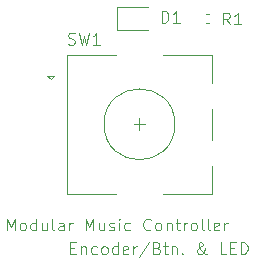
<source format=gto>
%TF.GenerationSoftware,KiCad,Pcbnew,9.0.5-1.fc42*%
%TF.CreationDate,2025-12-03T04:58:23+01:00*%
%TF.ProjectId,Block-RotaryEncoder-Button,426c6f63-6b2d-4526-9f74-617279456e63,1*%
%TF.SameCoordinates,Original*%
%TF.FileFunction,Legend,Top*%
%TF.FilePolarity,Positive*%
%FSLAX46Y46*%
G04 Gerber Fmt 4.6, Leading zero omitted, Abs format (unit mm)*
G04 Created by KiCad (PCBNEW 9.0.5-1.fc42) date 2025-12-03 04:58:23*
%MOMM*%
%LPD*%
G01*
G04 APERTURE LIST*
%ADD10C,0.125000*%
%ADD11C,0.120000*%
G04 APERTURE END LIST*
D10*
X133467131Y-124137309D02*
X133800464Y-124137309D01*
X133943321Y-124661119D02*
X133467131Y-124661119D01*
X133467131Y-124661119D02*
X133467131Y-123661119D01*
X133467131Y-123661119D02*
X133943321Y-123661119D01*
X134371893Y-123994452D02*
X134371893Y-124661119D01*
X134371893Y-124089690D02*
X134419512Y-124042071D01*
X134419512Y-124042071D02*
X134514750Y-123994452D01*
X134514750Y-123994452D02*
X134657607Y-123994452D01*
X134657607Y-123994452D02*
X134752845Y-124042071D01*
X134752845Y-124042071D02*
X134800464Y-124137309D01*
X134800464Y-124137309D02*
X134800464Y-124661119D01*
X135705226Y-124613500D02*
X135609988Y-124661119D01*
X135609988Y-124661119D02*
X135419512Y-124661119D01*
X135419512Y-124661119D02*
X135324274Y-124613500D01*
X135324274Y-124613500D02*
X135276655Y-124565880D01*
X135276655Y-124565880D02*
X135229036Y-124470642D01*
X135229036Y-124470642D02*
X135229036Y-124184928D01*
X135229036Y-124184928D02*
X135276655Y-124089690D01*
X135276655Y-124089690D02*
X135324274Y-124042071D01*
X135324274Y-124042071D02*
X135419512Y-123994452D01*
X135419512Y-123994452D02*
X135609988Y-123994452D01*
X135609988Y-123994452D02*
X135705226Y-124042071D01*
X136276655Y-124661119D02*
X136181417Y-124613500D01*
X136181417Y-124613500D02*
X136133798Y-124565880D01*
X136133798Y-124565880D02*
X136086179Y-124470642D01*
X136086179Y-124470642D02*
X136086179Y-124184928D01*
X136086179Y-124184928D02*
X136133798Y-124089690D01*
X136133798Y-124089690D02*
X136181417Y-124042071D01*
X136181417Y-124042071D02*
X136276655Y-123994452D01*
X136276655Y-123994452D02*
X136419512Y-123994452D01*
X136419512Y-123994452D02*
X136514750Y-124042071D01*
X136514750Y-124042071D02*
X136562369Y-124089690D01*
X136562369Y-124089690D02*
X136609988Y-124184928D01*
X136609988Y-124184928D02*
X136609988Y-124470642D01*
X136609988Y-124470642D02*
X136562369Y-124565880D01*
X136562369Y-124565880D02*
X136514750Y-124613500D01*
X136514750Y-124613500D02*
X136419512Y-124661119D01*
X136419512Y-124661119D02*
X136276655Y-124661119D01*
X137467131Y-124661119D02*
X137467131Y-123661119D01*
X137467131Y-124613500D02*
X137371893Y-124661119D01*
X137371893Y-124661119D02*
X137181417Y-124661119D01*
X137181417Y-124661119D02*
X137086179Y-124613500D01*
X137086179Y-124613500D02*
X137038560Y-124565880D01*
X137038560Y-124565880D02*
X136990941Y-124470642D01*
X136990941Y-124470642D02*
X136990941Y-124184928D01*
X136990941Y-124184928D02*
X137038560Y-124089690D01*
X137038560Y-124089690D02*
X137086179Y-124042071D01*
X137086179Y-124042071D02*
X137181417Y-123994452D01*
X137181417Y-123994452D02*
X137371893Y-123994452D01*
X137371893Y-123994452D02*
X137467131Y-124042071D01*
X138324274Y-124613500D02*
X138229036Y-124661119D01*
X138229036Y-124661119D02*
X138038560Y-124661119D01*
X138038560Y-124661119D02*
X137943322Y-124613500D01*
X137943322Y-124613500D02*
X137895703Y-124518261D01*
X137895703Y-124518261D02*
X137895703Y-124137309D01*
X137895703Y-124137309D02*
X137943322Y-124042071D01*
X137943322Y-124042071D02*
X138038560Y-123994452D01*
X138038560Y-123994452D02*
X138229036Y-123994452D01*
X138229036Y-123994452D02*
X138324274Y-124042071D01*
X138324274Y-124042071D02*
X138371893Y-124137309D01*
X138371893Y-124137309D02*
X138371893Y-124232547D01*
X138371893Y-124232547D02*
X137895703Y-124327785D01*
X138800465Y-124661119D02*
X138800465Y-123994452D01*
X138800465Y-124184928D02*
X138848084Y-124089690D01*
X138848084Y-124089690D02*
X138895703Y-124042071D01*
X138895703Y-124042071D02*
X138990941Y-123994452D01*
X138990941Y-123994452D02*
X139086179Y-123994452D01*
X140133798Y-123613500D02*
X139276656Y-124899214D01*
X140800465Y-124137309D02*
X140943322Y-124184928D01*
X140943322Y-124184928D02*
X140990941Y-124232547D01*
X140990941Y-124232547D02*
X141038560Y-124327785D01*
X141038560Y-124327785D02*
X141038560Y-124470642D01*
X141038560Y-124470642D02*
X140990941Y-124565880D01*
X140990941Y-124565880D02*
X140943322Y-124613500D01*
X140943322Y-124613500D02*
X140848084Y-124661119D01*
X140848084Y-124661119D02*
X140467132Y-124661119D01*
X140467132Y-124661119D02*
X140467132Y-123661119D01*
X140467132Y-123661119D02*
X140800465Y-123661119D01*
X140800465Y-123661119D02*
X140895703Y-123708738D01*
X140895703Y-123708738D02*
X140943322Y-123756357D01*
X140943322Y-123756357D02*
X140990941Y-123851595D01*
X140990941Y-123851595D02*
X140990941Y-123946833D01*
X140990941Y-123946833D02*
X140943322Y-124042071D01*
X140943322Y-124042071D02*
X140895703Y-124089690D01*
X140895703Y-124089690D02*
X140800465Y-124137309D01*
X140800465Y-124137309D02*
X140467132Y-124137309D01*
X141324275Y-123994452D02*
X141705227Y-123994452D01*
X141467132Y-123661119D02*
X141467132Y-124518261D01*
X141467132Y-124518261D02*
X141514751Y-124613500D01*
X141514751Y-124613500D02*
X141609989Y-124661119D01*
X141609989Y-124661119D02*
X141705227Y-124661119D01*
X142038561Y-123994452D02*
X142038561Y-124661119D01*
X142038561Y-124089690D02*
X142086180Y-124042071D01*
X142086180Y-124042071D02*
X142181418Y-123994452D01*
X142181418Y-123994452D02*
X142324275Y-123994452D01*
X142324275Y-123994452D02*
X142419513Y-124042071D01*
X142419513Y-124042071D02*
X142467132Y-124137309D01*
X142467132Y-124137309D02*
X142467132Y-124661119D01*
X142943323Y-124565880D02*
X142990942Y-124613500D01*
X142990942Y-124613500D02*
X142943323Y-124661119D01*
X142943323Y-124661119D02*
X142895704Y-124613500D01*
X142895704Y-124613500D02*
X142943323Y-124565880D01*
X142943323Y-124565880D02*
X142943323Y-124661119D01*
X144990942Y-124661119D02*
X144943323Y-124661119D01*
X144943323Y-124661119D02*
X144848084Y-124613500D01*
X144848084Y-124613500D02*
X144705227Y-124470642D01*
X144705227Y-124470642D02*
X144467132Y-124184928D01*
X144467132Y-124184928D02*
X144371894Y-124042071D01*
X144371894Y-124042071D02*
X144324275Y-123899214D01*
X144324275Y-123899214D02*
X144324275Y-123803976D01*
X144324275Y-123803976D02*
X144371894Y-123708738D01*
X144371894Y-123708738D02*
X144467132Y-123661119D01*
X144467132Y-123661119D02*
X144514751Y-123661119D01*
X144514751Y-123661119D02*
X144609989Y-123708738D01*
X144609989Y-123708738D02*
X144657608Y-123803976D01*
X144657608Y-123803976D02*
X144657608Y-123851595D01*
X144657608Y-123851595D02*
X144609989Y-123946833D01*
X144609989Y-123946833D02*
X144562370Y-123994452D01*
X144562370Y-123994452D02*
X144276656Y-124184928D01*
X144276656Y-124184928D02*
X144229037Y-124232547D01*
X144229037Y-124232547D02*
X144181418Y-124327785D01*
X144181418Y-124327785D02*
X144181418Y-124470642D01*
X144181418Y-124470642D02*
X144229037Y-124565880D01*
X144229037Y-124565880D02*
X144276656Y-124613500D01*
X144276656Y-124613500D02*
X144371894Y-124661119D01*
X144371894Y-124661119D02*
X144514751Y-124661119D01*
X144514751Y-124661119D02*
X144609989Y-124613500D01*
X144609989Y-124613500D02*
X144657608Y-124565880D01*
X144657608Y-124565880D02*
X144800465Y-124375404D01*
X144800465Y-124375404D02*
X144848084Y-124232547D01*
X144848084Y-124232547D02*
X144848084Y-124137309D01*
X146657608Y-124661119D02*
X146181418Y-124661119D01*
X146181418Y-124661119D02*
X146181418Y-123661119D01*
X146990942Y-124137309D02*
X147324275Y-124137309D01*
X147467132Y-124661119D02*
X146990942Y-124661119D01*
X146990942Y-124661119D02*
X146990942Y-123661119D01*
X146990942Y-123661119D02*
X147467132Y-123661119D01*
X147895704Y-124661119D02*
X147895704Y-123661119D01*
X147895704Y-123661119D02*
X148133799Y-123661119D01*
X148133799Y-123661119D02*
X148276656Y-123708738D01*
X148276656Y-123708738D02*
X148371894Y-123803976D01*
X148371894Y-123803976D02*
X148419513Y-123899214D01*
X148419513Y-123899214D02*
X148467132Y-124089690D01*
X148467132Y-124089690D02*
X148467132Y-124232547D01*
X148467132Y-124232547D02*
X148419513Y-124423023D01*
X148419513Y-124423023D02*
X148371894Y-124518261D01*
X148371894Y-124518261D02*
X148276656Y-124613500D01*
X148276656Y-124613500D02*
X148133799Y-124661119D01*
X148133799Y-124661119D02*
X147895704Y-124661119D01*
X128082331Y-122656319D02*
X128082331Y-121656319D01*
X128082331Y-121656319D02*
X128415664Y-122370604D01*
X128415664Y-122370604D02*
X128748997Y-121656319D01*
X128748997Y-121656319D02*
X128748997Y-122656319D01*
X129368045Y-122656319D02*
X129272807Y-122608700D01*
X129272807Y-122608700D02*
X129225188Y-122561080D01*
X129225188Y-122561080D02*
X129177569Y-122465842D01*
X129177569Y-122465842D02*
X129177569Y-122180128D01*
X129177569Y-122180128D02*
X129225188Y-122084890D01*
X129225188Y-122084890D02*
X129272807Y-122037271D01*
X129272807Y-122037271D02*
X129368045Y-121989652D01*
X129368045Y-121989652D02*
X129510902Y-121989652D01*
X129510902Y-121989652D02*
X129606140Y-122037271D01*
X129606140Y-122037271D02*
X129653759Y-122084890D01*
X129653759Y-122084890D02*
X129701378Y-122180128D01*
X129701378Y-122180128D02*
X129701378Y-122465842D01*
X129701378Y-122465842D02*
X129653759Y-122561080D01*
X129653759Y-122561080D02*
X129606140Y-122608700D01*
X129606140Y-122608700D02*
X129510902Y-122656319D01*
X129510902Y-122656319D02*
X129368045Y-122656319D01*
X130558521Y-122656319D02*
X130558521Y-121656319D01*
X130558521Y-122608700D02*
X130463283Y-122656319D01*
X130463283Y-122656319D02*
X130272807Y-122656319D01*
X130272807Y-122656319D02*
X130177569Y-122608700D01*
X130177569Y-122608700D02*
X130129950Y-122561080D01*
X130129950Y-122561080D02*
X130082331Y-122465842D01*
X130082331Y-122465842D02*
X130082331Y-122180128D01*
X130082331Y-122180128D02*
X130129950Y-122084890D01*
X130129950Y-122084890D02*
X130177569Y-122037271D01*
X130177569Y-122037271D02*
X130272807Y-121989652D01*
X130272807Y-121989652D02*
X130463283Y-121989652D01*
X130463283Y-121989652D02*
X130558521Y-122037271D01*
X131463283Y-121989652D02*
X131463283Y-122656319D01*
X131034712Y-121989652D02*
X131034712Y-122513461D01*
X131034712Y-122513461D02*
X131082331Y-122608700D01*
X131082331Y-122608700D02*
X131177569Y-122656319D01*
X131177569Y-122656319D02*
X131320426Y-122656319D01*
X131320426Y-122656319D02*
X131415664Y-122608700D01*
X131415664Y-122608700D02*
X131463283Y-122561080D01*
X132082331Y-122656319D02*
X131987093Y-122608700D01*
X131987093Y-122608700D02*
X131939474Y-122513461D01*
X131939474Y-122513461D02*
X131939474Y-121656319D01*
X132891855Y-122656319D02*
X132891855Y-122132509D01*
X132891855Y-122132509D02*
X132844236Y-122037271D01*
X132844236Y-122037271D02*
X132748998Y-121989652D01*
X132748998Y-121989652D02*
X132558522Y-121989652D01*
X132558522Y-121989652D02*
X132463284Y-122037271D01*
X132891855Y-122608700D02*
X132796617Y-122656319D01*
X132796617Y-122656319D02*
X132558522Y-122656319D01*
X132558522Y-122656319D02*
X132463284Y-122608700D01*
X132463284Y-122608700D02*
X132415665Y-122513461D01*
X132415665Y-122513461D02*
X132415665Y-122418223D01*
X132415665Y-122418223D02*
X132463284Y-122322985D01*
X132463284Y-122322985D02*
X132558522Y-122275366D01*
X132558522Y-122275366D02*
X132796617Y-122275366D01*
X132796617Y-122275366D02*
X132891855Y-122227747D01*
X133368046Y-122656319D02*
X133368046Y-121989652D01*
X133368046Y-122180128D02*
X133415665Y-122084890D01*
X133415665Y-122084890D02*
X133463284Y-122037271D01*
X133463284Y-122037271D02*
X133558522Y-121989652D01*
X133558522Y-121989652D02*
X133653760Y-121989652D01*
X134748999Y-122656319D02*
X134748999Y-121656319D01*
X134748999Y-121656319D02*
X135082332Y-122370604D01*
X135082332Y-122370604D02*
X135415665Y-121656319D01*
X135415665Y-121656319D02*
X135415665Y-122656319D01*
X136320427Y-121989652D02*
X136320427Y-122656319D01*
X135891856Y-121989652D02*
X135891856Y-122513461D01*
X135891856Y-122513461D02*
X135939475Y-122608700D01*
X135939475Y-122608700D02*
X136034713Y-122656319D01*
X136034713Y-122656319D02*
X136177570Y-122656319D01*
X136177570Y-122656319D02*
X136272808Y-122608700D01*
X136272808Y-122608700D02*
X136320427Y-122561080D01*
X136748999Y-122608700D02*
X136844237Y-122656319D01*
X136844237Y-122656319D02*
X137034713Y-122656319D01*
X137034713Y-122656319D02*
X137129951Y-122608700D01*
X137129951Y-122608700D02*
X137177570Y-122513461D01*
X137177570Y-122513461D02*
X137177570Y-122465842D01*
X137177570Y-122465842D02*
X137129951Y-122370604D01*
X137129951Y-122370604D02*
X137034713Y-122322985D01*
X137034713Y-122322985D02*
X136891856Y-122322985D01*
X136891856Y-122322985D02*
X136796618Y-122275366D01*
X136796618Y-122275366D02*
X136748999Y-122180128D01*
X136748999Y-122180128D02*
X136748999Y-122132509D01*
X136748999Y-122132509D02*
X136796618Y-122037271D01*
X136796618Y-122037271D02*
X136891856Y-121989652D01*
X136891856Y-121989652D02*
X137034713Y-121989652D01*
X137034713Y-121989652D02*
X137129951Y-122037271D01*
X137606142Y-122656319D02*
X137606142Y-121989652D01*
X137606142Y-121656319D02*
X137558523Y-121703938D01*
X137558523Y-121703938D02*
X137606142Y-121751557D01*
X137606142Y-121751557D02*
X137653761Y-121703938D01*
X137653761Y-121703938D02*
X137606142Y-121656319D01*
X137606142Y-121656319D02*
X137606142Y-121751557D01*
X138510903Y-122608700D02*
X138415665Y-122656319D01*
X138415665Y-122656319D02*
X138225189Y-122656319D01*
X138225189Y-122656319D02*
X138129951Y-122608700D01*
X138129951Y-122608700D02*
X138082332Y-122561080D01*
X138082332Y-122561080D02*
X138034713Y-122465842D01*
X138034713Y-122465842D02*
X138034713Y-122180128D01*
X138034713Y-122180128D02*
X138082332Y-122084890D01*
X138082332Y-122084890D02*
X138129951Y-122037271D01*
X138129951Y-122037271D02*
X138225189Y-121989652D01*
X138225189Y-121989652D02*
X138415665Y-121989652D01*
X138415665Y-121989652D02*
X138510903Y-122037271D01*
X140272808Y-122561080D02*
X140225189Y-122608700D01*
X140225189Y-122608700D02*
X140082332Y-122656319D01*
X140082332Y-122656319D02*
X139987094Y-122656319D01*
X139987094Y-122656319D02*
X139844237Y-122608700D01*
X139844237Y-122608700D02*
X139748999Y-122513461D01*
X139748999Y-122513461D02*
X139701380Y-122418223D01*
X139701380Y-122418223D02*
X139653761Y-122227747D01*
X139653761Y-122227747D02*
X139653761Y-122084890D01*
X139653761Y-122084890D02*
X139701380Y-121894414D01*
X139701380Y-121894414D02*
X139748999Y-121799176D01*
X139748999Y-121799176D02*
X139844237Y-121703938D01*
X139844237Y-121703938D02*
X139987094Y-121656319D01*
X139987094Y-121656319D02*
X140082332Y-121656319D01*
X140082332Y-121656319D02*
X140225189Y-121703938D01*
X140225189Y-121703938D02*
X140272808Y-121751557D01*
X140844237Y-122656319D02*
X140748999Y-122608700D01*
X140748999Y-122608700D02*
X140701380Y-122561080D01*
X140701380Y-122561080D02*
X140653761Y-122465842D01*
X140653761Y-122465842D02*
X140653761Y-122180128D01*
X140653761Y-122180128D02*
X140701380Y-122084890D01*
X140701380Y-122084890D02*
X140748999Y-122037271D01*
X140748999Y-122037271D02*
X140844237Y-121989652D01*
X140844237Y-121989652D02*
X140987094Y-121989652D01*
X140987094Y-121989652D02*
X141082332Y-122037271D01*
X141082332Y-122037271D02*
X141129951Y-122084890D01*
X141129951Y-122084890D02*
X141177570Y-122180128D01*
X141177570Y-122180128D02*
X141177570Y-122465842D01*
X141177570Y-122465842D02*
X141129951Y-122561080D01*
X141129951Y-122561080D02*
X141082332Y-122608700D01*
X141082332Y-122608700D02*
X140987094Y-122656319D01*
X140987094Y-122656319D02*
X140844237Y-122656319D01*
X141606142Y-121989652D02*
X141606142Y-122656319D01*
X141606142Y-122084890D02*
X141653761Y-122037271D01*
X141653761Y-122037271D02*
X141748999Y-121989652D01*
X141748999Y-121989652D02*
X141891856Y-121989652D01*
X141891856Y-121989652D02*
X141987094Y-122037271D01*
X141987094Y-122037271D02*
X142034713Y-122132509D01*
X142034713Y-122132509D02*
X142034713Y-122656319D01*
X142368047Y-121989652D02*
X142748999Y-121989652D01*
X142510904Y-121656319D02*
X142510904Y-122513461D01*
X142510904Y-122513461D02*
X142558523Y-122608700D01*
X142558523Y-122608700D02*
X142653761Y-122656319D01*
X142653761Y-122656319D02*
X142748999Y-122656319D01*
X143082333Y-122656319D02*
X143082333Y-121989652D01*
X143082333Y-122180128D02*
X143129952Y-122084890D01*
X143129952Y-122084890D02*
X143177571Y-122037271D01*
X143177571Y-122037271D02*
X143272809Y-121989652D01*
X143272809Y-121989652D02*
X143368047Y-121989652D01*
X143844238Y-122656319D02*
X143749000Y-122608700D01*
X143749000Y-122608700D02*
X143701381Y-122561080D01*
X143701381Y-122561080D02*
X143653762Y-122465842D01*
X143653762Y-122465842D02*
X143653762Y-122180128D01*
X143653762Y-122180128D02*
X143701381Y-122084890D01*
X143701381Y-122084890D02*
X143749000Y-122037271D01*
X143749000Y-122037271D02*
X143844238Y-121989652D01*
X143844238Y-121989652D02*
X143987095Y-121989652D01*
X143987095Y-121989652D02*
X144082333Y-122037271D01*
X144082333Y-122037271D02*
X144129952Y-122084890D01*
X144129952Y-122084890D02*
X144177571Y-122180128D01*
X144177571Y-122180128D02*
X144177571Y-122465842D01*
X144177571Y-122465842D02*
X144129952Y-122561080D01*
X144129952Y-122561080D02*
X144082333Y-122608700D01*
X144082333Y-122608700D02*
X143987095Y-122656319D01*
X143987095Y-122656319D02*
X143844238Y-122656319D01*
X144749000Y-122656319D02*
X144653762Y-122608700D01*
X144653762Y-122608700D02*
X144606143Y-122513461D01*
X144606143Y-122513461D02*
X144606143Y-121656319D01*
X145272810Y-122656319D02*
X145177572Y-122608700D01*
X145177572Y-122608700D02*
X145129953Y-122513461D01*
X145129953Y-122513461D02*
X145129953Y-121656319D01*
X146034715Y-122608700D02*
X145939477Y-122656319D01*
X145939477Y-122656319D02*
X145749001Y-122656319D01*
X145749001Y-122656319D02*
X145653763Y-122608700D01*
X145653763Y-122608700D02*
X145606144Y-122513461D01*
X145606144Y-122513461D02*
X145606144Y-122132509D01*
X145606144Y-122132509D02*
X145653763Y-122037271D01*
X145653763Y-122037271D02*
X145749001Y-121989652D01*
X145749001Y-121989652D02*
X145939477Y-121989652D01*
X145939477Y-121989652D02*
X146034715Y-122037271D01*
X146034715Y-122037271D02*
X146082334Y-122132509D01*
X146082334Y-122132509D02*
X146082334Y-122227747D01*
X146082334Y-122227747D02*
X145606144Y-122322985D01*
X146510906Y-122656319D02*
X146510906Y-121989652D01*
X146510906Y-122180128D02*
X146558525Y-122084890D01*
X146558525Y-122084890D02*
X146606144Y-122037271D01*
X146606144Y-122037271D02*
X146701382Y-121989652D01*
X146701382Y-121989652D02*
X146796620Y-121989652D01*
X133281667Y-106873500D02*
X133424524Y-106921119D01*
X133424524Y-106921119D02*
X133662619Y-106921119D01*
X133662619Y-106921119D02*
X133757857Y-106873500D01*
X133757857Y-106873500D02*
X133805476Y-106825880D01*
X133805476Y-106825880D02*
X133853095Y-106730642D01*
X133853095Y-106730642D02*
X133853095Y-106635404D01*
X133853095Y-106635404D02*
X133805476Y-106540166D01*
X133805476Y-106540166D02*
X133757857Y-106492547D01*
X133757857Y-106492547D02*
X133662619Y-106444928D01*
X133662619Y-106444928D02*
X133472143Y-106397309D01*
X133472143Y-106397309D02*
X133376905Y-106349690D01*
X133376905Y-106349690D02*
X133329286Y-106302071D01*
X133329286Y-106302071D02*
X133281667Y-106206833D01*
X133281667Y-106206833D02*
X133281667Y-106111595D01*
X133281667Y-106111595D02*
X133329286Y-106016357D01*
X133329286Y-106016357D02*
X133376905Y-105968738D01*
X133376905Y-105968738D02*
X133472143Y-105921119D01*
X133472143Y-105921119D02*
X133710238Y-105921119D01*
X133710238Y-105921119D02*
X133853095Y-105968738D01*
X134186429Y-105921119D02*
X134424524Y-106921119D01*
X134424524Y-106921119D02*
X134615000Y-106206833D01*
X134615000Y-106206833D02*
X134805476Y-106921119D01*
X134805476Y-106921119D02*
X135043572Y-105921119D01*
X135948333Y-106921119D02*
X135376905Y-106921119D01*
X135662619Y-106921119D02*
X135662619Y-105921119D01*
X135662619Y-105921119D02*
X135567381Y-106063976D01*
X135567381Y-106063976D02*
X135472143Y-106159214D01*
X135472143Y-106159214D02*
X135376905Y-106206833D01*
X141199405Y-105053319D02*
X141199405Y-104053319D01*
X141199405Y-104053319D02*
X141437500Y-104053319D01*
X141437500Y-104053319D02*
X141580357Y-104100938D01*
X141580357Y-104100938D02*
X141675595Y-104196176D01*
X141675595Y-104196176D02*
X141723214Y-104291414D01*
X141723214Y-104291414D02*
X141770833Y-104481890D01*
X141770833Y-104481890D02*
X141770833Y-104624747D01*
X141770833Y-104624747D02*
X141723214Y-104815223D01*
X141723214Y-104815223D02*
X141675595Y-104910461D01*
X141675595Y-104910461D02*
X141580357Y-105005700D01*
X141580357Y-105005700D02*
X141437500Y-105053319D01*
X141437500Y-105053319D02*
X141199405Y-105053319D01*
X142723214Y-105053319D02*
X142151786Y-105053319D01*
X142437500Y-105053319D02*
X142437500Y-104053319D01*
X142437500Y-104053319D02*
X142342262Y-104196176D01*
X142342262Y-104196176D02*
X142247024Y-104291414D01*
X142247024Y-104291414D02*
X142151786Y-104339033D01*
X146977533Y-105205719D02*
X146644200Y-104729528D01*
X146406105Y-105205719D02*
X146406105Y-104205719D01*
X146406105Y-104205719D02*
X146787057Y-104205719D01*
X146787057Y-104205719D02*
X146882295Y-104253338D01*
X146882295Y-104253338D02*
X146929914Y-104300957D01*
X146929914Y-104300957D02*
X146977533Y-104396195D01*
X146977533Y-104396195D02*
X146977533Y-104539052D01*
X146977533Y-104539052D02*
X146929914Y-104634290D01*
X146929914Y-104634290D02*
X146882295Y-104681909D01*
X146882295Y-104681909D02*
X146787057Y-104729528D01*
X146787057Y-104729528D02*
X146406105Y-104729528D01*
X147929914Y-105205719D02*
X147358486Y-105205719D01*
X147644200Y-105205719D02*
X147644200Y-104205719D01*
X147644200Y-104205719D02*
X147548962Y-104348576D01*
X147548962Y-104348576D02*
X147453724Y-104443814D01*
X147453724Y-104443814D02*
X147358486Y-104491433D01*
D11*
%TO.C,SW1*%
X131515000Y-109565000D02*
X132115000Y-109565000D01*
X131815000Y-109865000D02*
X131515000Y-109565000D01*
X132115000Y-109565000D02*
X131815000Y-109865000D01*
X133215000Y-107765000D02*
X133215000Y-119565000D01*
X137315000Y-107765000D02*
X133215000Y-107765000D01*
X137315000Y-119565000D02*
X133215000Y-119565000D01*
X138815000Y-113665000D02*
X139815000Y-113665000D01*
X139315000Y-113165000D02*
X139315000Y-114165000D01*
X141315000Y-107765000D02*
X145415000Y-107765000D01*
X145415000Y-107765000D02*
X145415000Y-110165000D01*
X145415000Y-112365000D02*
X145415000Y-114965000D01*
X145415000Y-117165000D02*
X145415000Y-119565000D01*
X145415000Y-119565000D02*
X141315000Y-119565000D01*
X142315000Y-113665000D02*
G75*
G02*
X136315000Y-113665000I-3000000J0D01*
G01*
X136315000Y-113665000D02*
G75*
G02*
X142315000Y-113665000I3000000J0D01*
G01*
%TO.C,D1*%
X137380000Y-103738800D02*
X137380000Y-105658800D01*
X137380000Y-105658800D02*
X140065000Y-105658800D01*
X140065000Y-103738800D02*
X137380000Y-103738800D01*
%TO.C,R1*%
X145215041Y-104318800D02*
X144907759Y-104318800D01*
X145215041Y-105078800D02*
X144907759Y-105078800D01*
%TD*%
M02*

</source>
